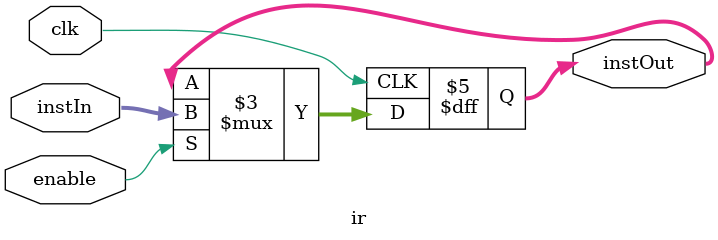
<source format=v>
/* 
Module => ir
Purpose => instruction register, it holds the executing instruction. 
Input description =>
    1. clk => central ticker of the system, on each positive edge of the clock, it loads the input value
    2. [31:0] instIn => instruction register input.
Output description =>
    1. [31:0] instOut => instruction register output.
*/
module ir( input clk, input enable, input [31:0] instIn, output reg [31:0] instOut);
always@(posedge clk) begin
    if(enable == 1'b1) begin
        instOut <= instIn;
    end
end
endmodule
</source>
